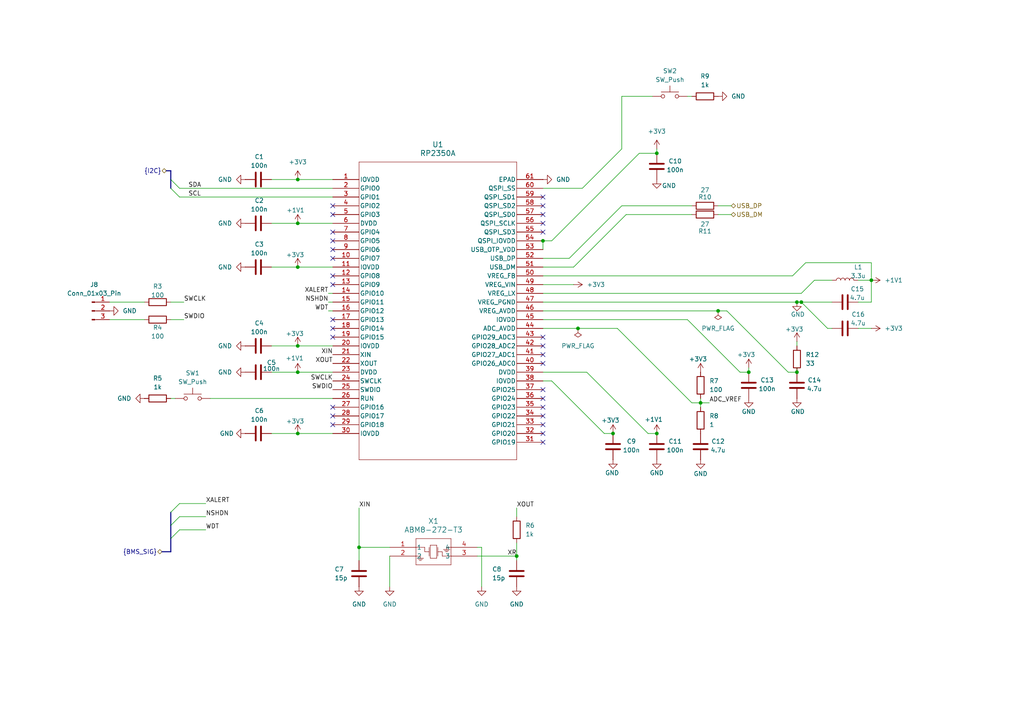
<source format=kicad_sch>
(kicad_sch (version 20250114) (generator "eeschema") (generator_version "9.0")
  (paper "A4")
  (title_block (title "Microcontroller") (rev "1") (company "Solar Airplane") (comment 1 "Engineer: Ezzat Suhaime") (comment 2 "Reviewer 1:") (comment 3 "Reviewer 2:"))
  (lib_symbols
    (symbol "Connector:Conn_01x03_Pin" (pin_names (offset 1.016) (hide yes))
      (property "Reference" "J" (at 0 5.08 0))
      (property "Value" "Conn_01x03_Pin" (at 0 -5.08 0))
      (symbol "Conn_01x03_Pin_1_1"
        (pin passive line (at 5.08 2.54 180) (length 3.81) (name "Pin_1") (number "1"))
        (pin passive line (at 5.08 0 180) (length 3.81) (name "Pin_2") (number "2"))
        (pin passive line (at 5.08 -2.54 180) (length 3.81) (name "Pin_3") (number "3"))
      )
    )
    (symbol "Device:C" (pin_numbers (hide yes)) (pin_names (offset 0.254))
      (property "Reference" "C" (at 0.635 2.54 0))
      (property "Value" "C" (at 0.635 -2.54 0))
      (symbol "C_1_1"
        (pin passive line (at 0 3.81 270) (length 2.794) (name "~") (number "1"))
        (pin passive line (at 0 -3.81 90) (length 2.794) (name "~") (number "2"))
      )
    )
    (symbol "Device:L" (pin_numbers (hide yes)) (pin_names (offset 1.016) (hide yes))
      (property "Reference" "L" (at -1.27 0 90))
      (property "Value" "L" (at 1.905 0 90))
      (symbol "L_1_1"
        (pin passive line (at 0 3.81 270) (length 1.27) (name "1") (number "1"))
        (pin passive line (at 0 -3.81 90) (length 1.27) (name "2") (number "2"))
      )
    )
    (symbol "Device:R" (pin_numbers (hide yes)) (pin_names (offset 0))
      (property "Reference" "R" (at 2.032 0 90))
      (property "Value" "R" (at 0 0 90))
      (symbol "R_1_1"
        (pin passive line (at 0 3.81 270) (length 1.27) (name "~") (number "1"))
        (pin passive line (at 0 -3.81 90) (length 1.27) (name "~") (number "2"))
      )
    )
    (symbol "Switch:SW_Push" (pin_numbers (hide yes)) (pin_names (offset 1.016) (hide yes))
      (property "Reference" "SW" (at 1.27 2.54 0))
      (property "Value" "SW_Push" (at 0 -1.524 0))
      (symbol "SW_Push_0_1"
        (pin passive line (at -5.08 0 0) (length 2.54) (name "1") (number "1"))
        (pin passive line (at 5.08 0 180) (length 2.54) (name "2") (number "2"))
      )
    )
    (symbol "_AMB8:ABM8-272-T3" (pin_names (offset 0.254))
      (property "Reference" "X" (at 12.7 7.62 0))
      (property "Value" "ABM8-272-T3" (at 12.7 5.08 0))
      (symbol "ABM8-272-T3_1_1"
        (pin passive line (at 0 0 0) (length 7.62) (name "1") (number "1"))
        (pin passive line (at 0 -2.54 0) (length 7.62) (name "2") (number "2"))
        (pin passive line (at 25.4 0 180) (length 7.62) (name "4") (number "4"))
        (pin passive line (at 25.4 -2.54 180) (length 7.62) (name "3") (number "3"))
      )
    )
    (symbol "_RP2354A:RP2350A" (pin_names (offset 0.254))
      (property "Reference" "U" (at 30.48 10.16 0))
      (property "Value" "RP2350A" (at 30.48 7.62 0))
      (symbol "RP2350A_0_1"
        (pin power_in line (at 0 0 0) (length 7.62) (name "IOVDD") (number "1"))
        (pin bidirectional line (at 0 -2.54 0) (length 7.62) (name "GPIO0") (number "2"))
        (pin bidirectional line (at 0 -5.08 0) (length 7.62) (name "GPIO1") (number "3"))
        (pin bidirectional line (at 0 -7.62 0) (length 7.62) (name "GPIO2") (number "4"))
        (pin bidirectional line (at 0 -10.16 0) (length 7.62) (name "GPIO3") (number "5"))
        (pin power_in line (at 0 -12.7 0) (length 7.62) (name "DVDD") (number "6"))
        (pin bidirectional line (at 0 -15.24 0) (length 7.62) (name "GPIO4") (number "7"))
        (pin bidirectional line (at 0 -17.78 0) (length 7.62) (name "GPIO5") (number "8"))
        (pin bidirectional line (at 0 -20.32 0) (length 7.62) (name "GPIO6") (number "9"))
        (pin bidirectional line (at 0 -22.86 0) (length 7.62) (name "GPIO7") (number "10"))
        (pin power_in line (at 0 -25.4 0) (length 7.62) (name "IOVDD") (number "11"))
        (pin bidirectional line (at 0 -27.94 0) (length 7.62) (name "GPIO8") (number "12"))
        (pin bidirectional line (at 0 -30.48 0) (length 7.62) (name "GPIO9") (number "13"))
        (pin bidirectional line (at 0 -33.02 0) (length 7.62) (name "GPIO10") (number "14"))
        (pin bidirectional line (at 0 -35.56 0) (length 7.62) (name "GPIO11") (number "15"))
        (pin bidirectional line (at 0 -38.1 0) (length 7.62) (name "GPIO12") (number "16"))
        (pin bidirectional line (at 0 -40.64 0) (length 7.62) (name "GPIO13") (number "17"))
        (pin bidirectional line (at 0 -43.18 0) (length 7.62) (name "GPIO14") (number "18"))
        (pin bidirectional line (at 0 -45.72 0) (length 7.62) (name "GPIO15") (number "19"))
        (pin power_in line (at 0 -48.26 0) (length 7.62) (name "IOVDD") (number "20"))
        (pin power_in line (at 0 -55.88 0) (length 7.62) (name "DVDD") (number "23"))
        (pin bidirectional line (at 0 -66.04 0) (length 7.62) (name "GPIO16") (number "27"))
        (pin bidirectional line (at 0 -68.58 0) (length 7.62) (name "GPIO17") (number "28"))
        (pin bidirectional line (at 0 -71.12 0) (length 7.62) (name "GPIO18") (number "29"))
        (pin power_in line (at 0 -73.66 0) (length 7.62) (name "IOVDD") (number "30"))
        (pin bidirectional line (at 60.96 -5.08 180) (length 7.62) (name "QSPI_SD1") (number "59"))
        (pin bidirectional line (at 60.96 -7.62 180) (length 7.62) (name "QSPI_SD2") (number "58"))
        (pin bidirectional line (at 60.96 -10.16 180) (length 7.62) (name "QSPI_SD0") (number "57"))
        (pin unspecified line (at 60.96 -12.7 180) (length 7.62) (name "QSPI_SCLK") (number "56"))
        (pin bidirectional line (at 60.96 -15.24 180) (length 7.62) (name "QSPI_SD3") (number "55"))
        (pin power_in line (at 60.96 -17.78 180) (length 7.62) (name "QSPI_IOVDD") (number "54"))
        (pin power_in line (at 60.96 -20.32 180) (length 7.62) (name "USB_OTP_VDD") (number "53"))
        (pin power_in line (at 60.96 -38.1 180) (length 7.62) (name "VREG_AVDD") (number "46"))
        (pin power_in line (at 60.96 -40.64 180) (length 7.62) (name "IOVDD") (number "45"))
        (pin power_in line (at 60.96 -43.18 180) (length 7.62) (name "ADC_AVDD") (number "44"))
        (pin bidirectional line (at 60.96 -45.72 180) (length 7.62) (name "GPIO29_ADC3") (number "43"))
        (pin bidirectional line (at 60.96 -48.26 180) (length 7.62) (name "GPIO28_ADC2") (number "42"))
        (pin bidirectional line (at 60.96 -50.8 180) (length 7.62) (name "GPIO27_ADC1") (number "41"))
        (pin bidirectional line (at 60.96 -53.34 180) (length 7.62) (name "GPIO26_ADC0") (number "40"))
        (pin power_in line (at 60.96 -55.88 180) (length 7.62) (name "DVDD") (number "39"))
        (pin power_in line (at 60.96 -58.42 180) (length 7.62) (name "IOVDD") (number "38"))
        (pin bidirectional line (at 60.96 -60.96 180) (length 7.62) (name "GPIO25") (number "37"))
        (pin bidirectional line (at 60.96 -63.5 180) (length 7.62) (name "GPIO24") (number "36"))
        (pin bidirectional line (at 60.96 -66.04 180) (length 7.62) (name "GPIO23") (number "35"))
        (pin bidirectional line (at 60.96 -68.58 180) (length 7.62) (name "GPIO22") (number "34"))
        (pin bidirectional line (at 60.96 -71.12 180) (length 7.62) (name "GPIO21") (number "33"))
        (pin bidirectional line (at 60.96 -73.66 180) (length 7.62) (name "GPIO20") (number "32"))
        (pin bidirectional line (at 60.96 -76.2 180) (length 7.62) (name "GPIO19") (number "31"))
      )
      (symbol "RP2350A_1_1"
        (pin passive line (at 0 -50.8 0) (length 7.62) (name "XIN") (number "21"))
        (pin passive line (at 0 -53.34 0) (length 7.62) (name "XOUT") (number "22"))
        (pin passive line (at 0 -58.42 0) (length 7.62) (name "SWCLK") (number "24"))
        (pin passive line (at 0 -60.96 0) (length 7.62) (name "SWDIO") (number "25"))
        (pin passive line (at 0 -63.5 0) (length 7.62) (name "RUN") (number "26"))
        (pin passive line (at 60.96 0 180) (length 7.62) (name "EPAD") (number "61"))
        (pin passive line (at 60.96 -2.54 180) (length 7.62) (name "QSPI_SS") (number "60"))
        (pin passive line (at 60.96 -22.86 180) (length 7.62) (name "USB_DP") (number "52"))
        (pin passive line (at 60.96 -25.4 180) (length 7.62) (name "USB_DM") (number "51"))
        (pin passive line (at 60.96 -27.94 180) (length 7.62) (name "VREG_FB") (number "50"))
        (pin passive line (at 60.96 -30.48 180) (length 7.62) (name "VREG_VIN") (number "49"))
        (pin passive line (at 60.96 -33.02 180) (length 7.62) (name "VREG_LX") (number "48"))
        (pin passive line (at 60.96 -35.56 180) (length 7.62) (name "VREG_PGND") (number "47"))
      )
    )
    (symbol "power:+1V1" (power) (pin_numbers (hide yes)) (pin_names (offset 0) (hide yes))
      (property "Value" "+1V1" (at 0 3.556 0))
      (symbol "+1V1_1_1"
        (pin power_in line (at 0 0 90) (length 0) (name "~") (number "1"))
      )
    )
    (symbol "power:+3V3" (power) (pin_numbers (hide yes)) (pin_names (offset 0) (hide yes))
      (property "Value" "+3V3" (at 0 3.556 0))
      (symbol "+3V3_1_1"
        (pin power_in line (at 0 0 90) (length 0) (name "~") (number "1"))
      )
    )
    (symbol "power:GND" (power) (pin_numbers (hide yes)) (pin_names (offset 0) (hide yes))
      (property "Value" "GND" (at 0 -3.81 0))
      (symbol "GND_1_1"
        (pin power_in line (at 0 0 270) (length 0) (name "~") (number "1"))
      )
    )
    (symbol "power:PWR_FLAG" (power) (pin_numbers (hide yes)) (pin_names (offset 0) (hide yes))
      (property "Value" "PWR_FLAG" (at 0 3.81 0))
      (symbol "PWR_FLAG_0_0"
        (pin power_out line (at 0 0 90) (length 0) (name "~") (number "1"))
      )
    )
  )
  (junction (at 86.36 77.47))
  (junction (at 217.17 107.95))
  (junction (at 203.2 116.84))
  (junction (at 252.73 81.28))
  (junction (at 231.14 87.63))
  (junction (at 232.41 87.63))
  (junction (at 157.48 69.85))
  (junction (at 190.5 125.73))
  (junction (at 208.28 90.17))
  (junction (at 86.36 52.07))
  (junction (at 190.5 44.45))
  (junction (at 86.36 64.77))
  (junction (at 149.86 161.29))
  (junction (at 86.36 100.33))
  (junction (at 86.36 125.73))
  (junction (at 104.14 158.75))
  (junction (at 167.64 95.25))
  (junction (at 231.14 107.95))
  (junction (at 86.36 107.95))
  (junction (at 177.8 125.73))
  (no_connect (at 96.52 92.71))
  (no_connect (at 157.48 120.65))
  (no_connect (at 96.52 82.55))
  (no_connect (at 96.52 120.65))
  (no_connect (at 157.48 128.27))
  (no_connect (at 96.52 118.11))
  (no_connect (at 96.52 97.79))
  (no_connect (at 96.52 95.25))
  (no_connect (at 157.48 115.57))
  (no_connect (at 157.48 113.03))
  (no_connect (at 157.48 100.33))
  (no_connect (at 157.48 125.73))
  (no_connect (at 96.52 72.39))
  (no_connect (at 96.52 69.85))
  (no_connect (at 157.48 97.79))
  (no_connect (at 157.48 67.31))
  (no_connect (at 96.52 74.93))
  (no_connect (at 96.52 67.31))
  (no_connect (at 96.52 80.01))
  (no_connect (at 157.48 57.15))
  (no_connect (at 157.48 102.87))
  (no_connect (at 157.48 123.19))
  (no_connect (at 96.52 59.69))
  (no_connect (at 157.48 105.41))
  (no_connect (at 157.48 64.77))
  (no_connect (at 96.52 62.23))
  (no_connect (at 157.48 59.69))
  (no_connect (at 96.52 123.19))
  (no_connect (at 157.48 62.23))
  (no_connect (at 157.48 118.11))
  (bus_entry (at 49.53 152.4) (size 2.54 -2.54))
  (bus_entry (at 52.07 57.15) (size -2.54 -2.54))
  (bus_entry (at 49.53 148.59) (size 2.54 -2.54))
  (bus_entry (at 52.07 54.61) (size -2.54 -2.54))
  (bus_entry (at 49.53 156.21) (size 2.54 -2.54))
  (wire (pts (xy 78.74 77.47) (xy 86.36 77.47)))
  (wire (pts (xy 86.36 52.07) (xy 78.74 52.07)))
  (wire (pts (xy 157.48 77.47) (xy 166.37 77.47)))
  (wire (pts (xy 166.37 77.47) (xy 181.61 62.23)))
  (wire (pts (xy 49.53 92.71) (xy 53.34 92.71)))
  (wire (pts (xy 248.92 81.28) (xy 252.73 81.28)))
  (wire (pts (xy 52.07 153.67) (xy 59.69 153.67)))
  (wire (pts (xy 157.48 87.63) (xy 231.14 87.63)))
  (wire (pts (xy 104.14 158.75) (xy 113.03 158.75)))
  (wire (pts (xy 31.75 87.63) (xy 41.91 87.63)))
  (wire (pts (xy 78.74 107.95) (xy 86.36 107.95)))
  (wire (pts (xy 231.14 87.63) (xy 232.41 87.63)))
  (wire (pts (xy 232.41 87.63) (xy 241.3 87.63)))
  (wire (pts (xy 104.14 147.32) (xy 104.14 158.75)))
  (wire (pts (xy 214.63 107.95) (xy 217.17 107.95)))
  (wire (pts (xy 157.48 54.61) (xy 168.91 54.61)))
  (wire (pts (xy 157.48 92.71) (xy 199.39 92.71)))
  (wire (pts (xy 181.61 62.23) (xy 200.66 62.23)))
  (wire (pts (xy 52.07 54.61) (xy 96.52 54.61)))
  (wire (pts (xy 165.1 74.93) (xy 180.34 59.69)))
  (wire (pts (xy 86.36 107.95) (xy 96.52 107.95)))
  (wire (pts (xy 208.28 59.69) (xy 212.09 59.69)))
  (wire (pts (xy 252.73 81.28) (xy 252.73 87.63)))
  (wire (pts (xy 203.2 115.57) (xy 203.2 116.84)))
  (wire (pts (xy 199.39 27.94) (xy 200.66 27.94)))
  (wire (pts (xy 170.18 107.95) (xy 187.96 125.73)))
  (wire (pts (xy 180.34 59.69) (xy 200.66 59.69)))
  (bus (pts (xy 49.53 160.02) (xy 49.53 156.21)))
  (wire (pts (xy 86.36 77.47) (xy 96.52 77.47)))
  (wire (pts (xy 236.22 81.28) (xy 241.3 81.28)))
  (wire (pts (xy 149.86 147.32) (xy 149.86 149.86)))
  (wire (pts (xy 179.07 95.25) (xy 200.66 116.84)))
  (wire (pts (xy 157.48 69.85) (xy 160.02 69.85)))
  (wire (pts (xy 180.34 27.94) (xy 189.23 27.94)))
  (wire (pts (xy 231.14 99.06) (xy 231.14 100.33)))
  (wire (pts (xy 49.53 87.63) (xy 53.34 87.63)))
  (wire (pts (xy 203.2 116.84) (xy 203.2 118.11)))
  (wire (pts (xy 160.02 69.85) (xy 185.42 44.45)))
  (wire (pts (xy 203.2 116.84) (xy 205.74 116.84)))
  (wire (pts (xy 95.25 85.09) (xy 96.52 85.09)))
  (wire (pts (xy 157.48 80.01) (xy 229.87 80.01)))
  (wire (pts (xy 86.36 52.07) (xy 96.52 52.07)))
  (wire (pts (xy 232.41 85.09) (xy 157.48 85.09)))
  (wire (pts (xy 157.48 74.93) (xy 165.1 74.93)))
  (wire (pts (xy 52.07 149.86) (xy 59.69 149.86)))
  (bus (pts (xy 49.53 49.53) (xy 49.53 52.07)))
  (wire (pts (xy 86.36 100.33) (xy 96.52 100.33)))
  (wire (pts (xy 78.74 64.77) (xy 86.36 64.77)))
  (wire (pts (xy 95.25 90.17) (xy 96.52 90.17)))
  (wire (pts (xy 149.86 157.48) (xy 149.86 161.29)))
  (wire (pts (xy 157.48 110.49) (xy 160.02 110.49)))
  (wire (pts (xy 240.03 95.25) (xy 241.3 95.25)))
  (wire (pts (xy 231.14 107.95) (xy 228.6 107.95)))
  (wire (pts (xy 240.03 95.25) (xy 232.41 87.63)))
  (bus (pts (xy 46.99 160.02) (xy 49.53 160.02)))
  (bus (pts (xy 49.53 148.59) (xy 49.53 152.4)))
  (bus (pts (xy 49.53 152.4) (xy 49.53 156.21)))
  (wire (pts (xy 200.66 116.84) (xy 203.2 116.84)))
  (wire (pts (xy 52.07 57.15) (xy 96.52 57.15)))
  (bus (pts (xy 48.26 49.53) (xy 49.53 49.53)))
  (wire (pts (xy 252.73 76.2) (xy 252.73 81.28)))
  (wire (pts (xy 210.82 90.17) (xy 228.6 107.95)))
  (wire (pts (xy 167.64 95.25) (xy 179.07 95.25)))
  (wire (pts (xy 86.36 125.73) (xy 96.52 125.73)))
  (wire (pts (xy 248.92 87.63) (xy 252.73 87.63)))
  (wire (pts (xy 233.68 76.2) (xy 252.73 76.2)))
  (wire (pts (xy 113.03 161.29) (xy 113.03 170.18)))
  (wire (pts (xy 78.74 125.73) (xy 86.36 125.73)))
  (wire (pts (xy 233.68 76.2) (xy 229.87 80.01)))
  (wire (pts (xy 139.7 158.75) (xy 139.7 170.18)))
  (wire (pts (xy 208.28 62.23) (xy 212.09 62.23)))
  (wire (pts (xy 166.37 82.55) (xy 157.48 82.55)))
  (wire (pts (xy 149.86 162.56) (xy 149.86 161.29)))
  (wire (pts (xy 60.96 115.57) (xy 96.52 115.57)))
  (wire (pts (xy 231.14 106.68) (xy 231.14 107.95)))
  (wire (pts (xy 157.48 107.95) (xy 170.18 107.95)))
  (wire (pts (xy 86.36 64.77) (xy 96.52 64.77)))
  (wire (pts (xy 50.8 115.57) (xy 49.53 115.57)))
  (wire (pts (xy 185.42 44.45) (xy 190.5 44.45)))
  (bus (pts (xy 49.53 52.07) (xy 49.53 54.61)))
  (wire (pts (xy 78.74 100.33) (xy 86.36 100.33)))
  (wire (pts (xy 236.22 81.28) (xy 232.41 85.09)))
  (wire (pts (xy 95.25 87.63) (xy 96.52 87.63)))
  (wire (pts (xy 160.02 110.49) (xy 175.26 125.73)))
  (wire (pts (xy 138.43 158.75) (xy 139.7 158.75)))
  (wire (pts (xy 157.48 90.17) (xy 208.28 90.17)))
  (wire (pts (xy 199.39 92.71) (xy 214.63 107.95)))
  (wire (pts (xy 138.43 161.29) (xy 149.86 161.29)))
  (wire (pts (xy 208.28 90.17) (xy 210.82 90.17)))
  (wire (pts (xy 248.92 95.25) (xy 252.73 95.25)))
  (wire (pts (xy 190.5 43.18) (xy 190.5 44.45)))
  (wire (pts (xy 104.14 158.75) (xy 104.14 162.56)))
  (wire (pts (xy 217.17 106.68) (xy 217.17 107.95)))
  (wire (pts (xy 167.64 95.25) (xy 157.48 95.25)))
  (wire (pts (xy 157.48 69.85) (xy 157.48 72.39)))
  (wire (pts (xy 187.96 125.73) (xy 190.5 125.73)))
  (wire (pts (xy 175.26 125.73) (xy 177.8 125.73)))
  (wire (pts (xy 31.75 92.71) (xy 41.91 92.71)))
  (wire (pts (xy 168.91 54.61) (xy 180.34 43.18)))
  (wire (pts (xy 52.07 146.05) (xy 59.69 146.05)))
  (wire (pts (xy 180.34 27.94) (xy 180.34 43.18)))
  (label "ADC_VREF" (at 205.74 116.84 0))
  (label "XOUT" (at 149.86 147.32 0))
  (label "WDT" (at 59.69 153.67 0))
  (label "XIN" (at 96.52 102.87 180))
  (label "XALERT" (at 59.69 146.05 0))
  (label "XIN" (at 104.14 147.32 0))
  (label "NSHDN" (at 59.69 149.86 0))
  (label "SWDIO" (at 53.34 92.71 0))
  (label "XALERT" (at 95.25 85.09 180))
  (label "XR" (at 149.86 161.29 180))
  (label "SWCLK" (at 53.34 87.63 0))
  (label "SWCLK" (at 96.52 110.49 180))
  (label "WDT" (at 95.25 90.17 180))
  (label "SDA" (at 54.61 54.61 0))
  (label "NSHDN" (at 95.25 87.63 180))
  (label "SCL" (at 54.61 57.15 0))
  (label "XOUT" (at 96.52 105.41 180))
  (label "SWDIO" (at 96.52 113.03 180))
  (hierarchical_label "{BMS_SIG}" (shape bidirectional) (at 46.99 160.02 180))
  (hierarchical_label "USB_DM" (shape bidirectional) (at 212.09 62.23 0))
  (hierarchical_label "{I2C}" (shape bidirectional) (at 48.26 49.53 180))
  (hierarchical_label "USB_DP" (shape bidirectional) (at 212.09 59.69 0))
  (symbol (lib_id "Device:C") (at 104.14 166.37 0) (unit 1)
    (property "Reference" "C7" (at 97.028 165.1 0) (effects (justify left)))
    (property "Value" "15p" (at 97.028 167.64 0) (effects (justify left)))
    (property "Footprint" "Resistor_SMD:R_0201_0603Metric" (effects (hide yes)))
    (property "Datasheet" "https://search.murata.co.jp/Ceramy/image/img/A01X/G101/ENG/GRM0335C1E150JA01-01.pdf" (effects (hide yes)))
    (property "Description" "CAP CER 15PF 25V C0G/NP0 0201" (effects (hide yes)))
    (property "Mfr" "Murata Electronics" (effects (hide yes)))
    (property "Mfr P/N" "GRM0335C1E150JA01D" (effects (hide yes)))
    (property "Supplier_1" "Digikey" (effects (hide yes)))
    (property "Supplier_1 P/N" "490-9658-2-ND" (effects (hide yes)))
    (property "Supplier_1 Unit Price" "0.10000" (effects (hide yes)))
    (property "Supplier_1 Price @ Qty" "1" (effects (hide yes)))
  )
  (symbol (lib_id "power:GND") (at 113.03 170.18 0) (unit 1)
    (property "Reference" "#PWR024" (effects (hide yes)))
    (property "Value" "GND" (at 113.03 175.26 0))
    (property "Description" "Power symbol creates a global label with name \"GND\" , ground" (effects (hide yes)))
  )
  (symbol (lib_id "Device:R") (at 204.47 59.69 90) (unit 1)
    (property "Reference" "R10" (at 204.47 57.15 90))
    (property "Value" "27" (at 204.47 55.118 90))
    (property "Footprint" "Resistor_SMD:R_0201_0603Metric" (effects (hide yes)))
    (property "Datasheet" "https://www.yageogroup.com/content/datasheet/asset/file/PYU-RC_GROUP_51_ROHS_L" (effects (hide yes)))
    (property "Description" "YAG2554TR-ND" (effects (hide yes)))
    (property "Mfr" "YAGEO" (effects (hide yes)))
    (property "Mfr P/N" "RC0201FR-0727RL" (effects (hide yes)))
    (property "Supplier_1" "Digikey" (effects (hide yes)))
    (property "Supplier_1 P/N" "YAG2554TR-ND" (effects (hide yes)))
    (property "Supplier_1 Unit Price" "0.10000" (effects (hide yes)))
    (property "Supplier_1 Price @ Qty" "1" (effects (hide yes)))
  )
  (symbol (lib_id "Device:C") (at 203.2 129.54 0) (unit 1)
    (property "Reference" "C12" (at 208.28 128.016 0))
    (property "Value" "4.7u" (at 208.28 130.556 0))
    (property "Footprint" "Capacitor_SMD:C_0402_1005Metric" (effects (hide yes)))
    (property "Datasheet" "https://search.murata.co.jp/Ceramy/image/img/A01X/G101/ENG/GRM155R60J475ME87-01.pdf" (effects (hide yes)))
    (property "Description" "CAP CER 4.7UF 6.3V X5R 0402" (effects (hide yes)))
    (property "Mfr" "Murata Electronics" (effects (hide yes)))
    (property "Mfr P/N" "GRM155R60J475ME87D" (effects (hide yes)))
    (property "Supplier_1" "Digkey" (effects (hide yes)))
    (property "Supplier_1 P/N" "490-5408-2-ND" (effects (hide yes)))
    (property "Supplier_1 Unit Price" "0.10000" (effects (hide yes)))
    (property "Supplier_1 Price @ Qty" "1" (effects (hide yes)))
  )
  (symbol (lib_id "Device:R") (at 204.47 62.23 90) (unit 1)
    (property "Reference" "R11" (at 204.47 67.056 90))
    (property "Value" "27" (at 204.47 65.024 90))
    (property "Footprint" "Resistor_SMD:R_0201_0603Metric" (effects (hide yes)))
    (property "Datasheet" "https://www.yageogroup.com/content/datasheet/asset/file/PYU-RC_GROUP_51_ROHS_L" (effects (hide yes)))
    (property "Description" "YAG2554TR-ND" (effects (hide yes)))
    (property "Mfr" "YAGEO" (effects (hide yes)))
    (property "Mfr P/N" "RC0201FR-0727RL" (effects (hide yes)))
    (property "Supplier_1" "Digikey" (effects (hide yes)))
    (property "Supplier_1 P/N" "YAG2554TR-ND" (effects (hide yes)))
    (property "Supplier_1 Unit Price" "0.10000" (effects (hide yes)))
    (property "Supplier_1 Price @ Qty" "1" (effects (hide yes)))
  )
  (symbol (lib_id "power:PWR_FLAG") (at 208.28 90.17 180) (unit 1)
    (property "Reference" "#FLG02" (effects (hide yes)))
    (property "Value" "PWR_FLAG" (at 208.28 95.25 0))
    (property "Description" "Special symbol for telling ERC where power comes from" (effects (hide yes)))
  )
  (symbol (lib_id "power:+1V1") (at 252.73 81.28 270) (unit 1)
    (property "Reference" "#PWR043" (effects (hide yes)))
    (property "Value" "+1V1" (at 256.54 81.2799 90) (effects (justify left)))
    (property "Description" "Power symbol creates a global label with name \"+1V1\"" (effects (hide yes)))
  )
  (symbol (lib_id "power:+1V1") (at 86.36 107.95 0) (unit 1)
    (property "Reference" "#PWR021" (effects (hide yes)))
    (property "Value" "+1V1" (at 82.804 103.886 0) (effects (justify left)))
    (property "Description" "Power symbol creates a global label with name \"+1V1\"" (effects (hide yes)))
  )
  (symbol (lib_id "Device:R") (at 45.72 115.57 90) (unit 1)
    (property "Reference" "R5" (at 45.72 109.728 90))
    (property "Value" "1k" (at 45.72 112.268 90))
    (property "Footprint" "Resistor_SMD:R_0402_1005Metric" (effects (hide yes)))
    (property "Datasheet" "https://www.koaspeer.com/pdfs/RK73-RT.pdf" (effects (hide yes)))
    (property "Description" "RES 1K OHM 1% 1/10W 0402" (effects (hide yes)))
    (property "Mfr" "KOA Speer Electronics, Inc." (effects (hide yes)))
    (property "Mfr P/N" "RK73H1ERTTP1001F" (effects (hide yes)))
    (property "Supplier_1" "Digikey" (effects (hide yes)))
    (property "Supplier_1 P/N" "2019-RK73H1ERTTP1001FTR-ND" (effects (hide yes)))
    (property "Supplier_1 Unit Price" "0.13000" (effects (hide yes)))
    (property "Supplier_1 Price @ Qty" "1" (effects (hide yes)))
  )
  (symbol (lib_id "power:GND") (at 157.48 52.07 90) (unit 1)
    (property "Reference" "#PWR027" (effects (hide yes)))
    (property "Value" "GND" (at 161.29 52.0699 90) (effects (justify right)))
    (property "Description" "Power symbol creates a global label with name \"GND\" , ground" (effects (hide yes)))
  )
  (symbol (lib_id "Switch:SW_Push") (at 55.88 115.57 0) (unit 1)
    (property "Reference" "SW1" (at 55.88 108.204 0))
    (property "Value" "SW_Push" (at 55.88 110.744 0))
    (property "Footprint" "_BMS:SW_TS02-66-43-BK-160-LCR-D" (effects (hide yes)))
    (property "Datasheet" "https://www.cuidevices.com/product/resource/ts02.pdf" (effects (hide yes)))
    (property "Description" "SWITCH TACTILE SPST-NO 0.05A 12V" (effects (hide yes)))
    (property "Mfr" "Same Sky (Formerly CUI Devices)" (effects (hide yes)))
    (property "Mfr P/N" "TS02-66-43-BK-160-LCR-D" (effects (hide yes)))
    (property "Supplier_1" "Digikey" (effects (hide yes)))
    (property "Supplier_1 P/N" "2223-TS02-66-43-BK-160-LCR-D-ND" (effects (hide yes)))
    (property "Supplier_1 Unit Price" "0.10000" (effects (hide yes)))
    (property "Supplier_1 Price @ Qty" "1" (effects (hide yes)))
  )
  (symbol (lib_id "power:+3V3") (at 190.5 43.18 0) (mirror y) (unit 1)
    (property "Reference" "#PWR031" (effects (hide yes)))
    (property "Value" "+3V3" (at 190.5 38.1 0))
    (property "Description" "Power symbol creates a global label with name \"+3V3\"" (effects (hide yes)))
  )
  (symbol (lib_id "Device:C") (at 74.93 107.95 90) (unit 1)
    (property "Reference" "C5" (at 78.74 105.156 90))
    (property "Value" "100n" (at 78.74 106.934 90))
    (property "Footprint" "Capacitor_SMD:C_0201_0603Metric" (effects (hide yes)))
    (property "Datasheet" "https://search.murata.co.jp/Ceramy/image/img/A01X/G101/ENG/GRT033R60J104KE01-01.pdf" (effects (hide yes)))
    (property "Description" "CAP CER 0.1UF 6.3V X5R 0201" (effects (hide yes)))
    (property "Mfr" "Murata Electronics" (effects (hide yes)))
    (property "Mfr P/N" "GRT033R60J104KE01D" (effects (hide yes)))
    (property "Supplier_1" "Digikey" (effects (hide yes)))
    (property "Supplier_1 P/N" "490-16306-2-ND" (effects (hide yes)))
    (property "Supplier_1 Unit Price" "0.10000" (effects (hide yes)))
    (property "Supplier_1 Price @ Qty" "1" (effects (hide yes)))
  )
  (symbol (lib_id "Device:R") (at 45.72 87.63 90) (unit 1)
    (property "Reference" "R3" (at 45.72 83.058 90))
    (property "Value" "100" (at 45.72 85.598 90))
    (property "Footprint" "Resistor_SMD:R_0201_0603Metric" (effects (hide yes)))
    (property "Datasheet" "https://www.yageogroup.com/content/datasheet/asset/file/PYU-AC_51_ROHS_L" (effects (hide yes)))
    (property "Description" "RES SMD 100 OHM 1% 1/20W 0201" (effects (hide yes)))
    (property "Mfr" "YAGEO" (effects (hide yes)))
    (property "Mfr P/N" "AC0201FR-07100RL" (effects (hide yes)))
    (property "Supplier_1" "Digikey" (effects (hide yes)))
    (property "Supplier_1 P/N" "YAG3412TR-ND" (effects (hide yes)))
    (property "Supplier_1 Unit Price" "0.10000" (effects (hide yes)))
    (property "Supplier_1 Price @ Qty" "1" (effects (hide yes)))
  )
  (symbol (lib_id "power:+3V3") (at 166.37 82.55 270) (unit 1)
    (property "Reference" "#PWR028" (effects (hide yes)))
    (property "Value" "+3V3" (at 170.18 82.5499 90) (effects (justify left)))
    (property "Description" "Power symbol creates a global label with name \"+3V3\"" (effects (hide yes)))
  )
  (symbol (lib_id "Device:R") (at 204.47 27.94 90) (unit 1)
    (property "Reference" "R9" (at 204.47 22.098 90))
    (property "Value" "1k" (at 204.47 24.638 90))
    (property "Footprint" "Resistor_SMD:R_0402_1005Metric" (effects (hide yes)))
    (property "Datasheet" "https://www.koaspeer.com/pdfs/RK73-RT.pdf" (effects (hide yes)))
    (property "Description" "RES 1K OHM 1% 1/10W 0402" (effects (hide yes)))
    (property "Mfr" "KOA Speer Electronics, Inc." (effects (hide yes)))
    (property "Mfr P/N" "RK73H1ERTTP1001F" (effects (hide yes)))
    (property "Supplier_1" "Digikey" (effects (hide yes)))
    (property "Supplier_1 P/N" "2019-RK73H1ERTTP1001FTR-ND" (effects (hide yes)))
    (property "Supplier_1 Unit Price" "0.13000" (effects (hide yes)))
    (property "Supplier_1 Price @ Qty" "1" (effects (hide yes)))
  )
  (symbol (lib_id "power:GND") (at 190.5 52.07 0) (unit 1)
    (property "Reference" "#PWR032" (effects (hide yes)))
    (property "Value" "GND" (at 196.088 53.848 0) (effects (justify right)))
    (property "Description" "Power symbol creates a global label with name \"GND\" , ground" (effects (hide yes)))
  )
  (symbol (lib_id "power:GND") (at 71.12 125.73 270) (unit 1)
    (property "Reference" "#PWR016" (effects (hide yes)))
    (property "Value" "GND" (at 67.818 125.73 90) (effects (justify right)))
    (property "Description" "Power symbol creates a global label with name \"GND\" , ground" (effects (hide yes)))
  )
  (symbol (lib_id "power:GND") (at 203.2 133.35 0) (unit 1)
    (property "Reference" "#PWR036" (effects (hide yes)))
    (property "Value" "GND" (at 203.2 137.414 0))
    (property "Description" "Power symbol creates a global label with name \"GND\" , ground" (effects (hide yes)))
  )
  (symbol (lib_id "power:GND") (at 71.12 100.33 270) (unit 1)
    (property "Reference" "#PWR014" (effects (hide yes)))
    (property "Value" "GND" (at 67.31 100.3299 90) (effects (justify right)))
    (property "Description" "Power symbol creates a global label with name \"GND\" , ground" (effects (hide yes)))
  )
  (symbol (lib_id "Connector:Conn_01x03_Pin") (at 26.67 90.17 0) (unit 1)
    (property "Reference" "J8" (at 27.305 82.55 0))
    (property "Value" "Conn_01x03_Pin" (at 27.305 85.09 0))
    (property "Footprint" "Connector_JST:JST_SH_SM03B-SRSS-TB_1x03-1MP_P1.00mm_Horizontal" (effects (hide yes)))
    (property "Datasheet" "https://www.jst-mfg.com/product/pdf/eng/eSH.pdf" (effects (hide yes)))
    (property "Description" "Generic connector, single row, 01x03, script generated" (effects (hide yes)))
    (property "Mfr" "JST Sales America Inc." (effects (hide yes)))
    (property "Mfr P/N" "SM03B-SRSS-TB" (effects (hide yes)))
    (property "Supplier_1" "Digikey" (effects (hide yes)))
    (property "Supplier_1 P/N" "455-SM03B-SRSS-TBTR-ND" (effects (hide yes)))
    (property "Supplier_1 Unit Price" "0.44000" (effects (hide yes)))
    (property "Supplier_1 Price @ Qty" "1" (effects (hide yes)))
  )
  (symbol (lib_id "power:GND") (at 104.14 170.18 0) (unit 1)
    (property "Reference" "#PWR023" (effects (hide yes)))
    (property "Value" "GND" (at 104.14 175.26 0))
    (property "Description" "Power symbol creates a global label with name \"GND\" , ground" (effects (hide yes)))
  )
  (symbol (lib_id "Device:C") (at 245.11 87.63 90) (unit 1)
    (property "Reference" "C15" (at 248.666 83.82 90))
    (property "Value" "4.7u" (at 248.666 86.36 90))
    (property "Footprint" "Capacitor_SMD:C_0402_1005Metric" (effects (hide yes)))
    (property "Datasheet" "https://search.murata.co.jp/Ceramy/image/img/A01X/G101/ENG/GRM155R60J475ME87-01.pdf" (effects (hide yes)))
    (property "Description" "CAP CER 4.7UF 6.3V X5R 0402" (effects (hide yes)))
    (property "Mfr" "Murata Electronics" (effects (hide yes)))
    (property "Mfr P/N" "GRM155R60J475ME87D" (effects (hide yes)))
    (property "Supplier_1" "Digkey" (effects (hide yes)))
    (property "Supplier_1 P/N" "490-5408-2-ND" (effects (hide yes)))
    (property "Supplier_1 Unit Price" "0.10000" (effects (hide yes)))
    (property "Supplier_1 Price @ Qty" "1" (effects (hide yes)))
  )
  (symbol (lib_id "power:GND") (at 231.14 87.63 0) (unit 1)
    (property "Reference" "#PWR040" (effects (hide yes)))
    (property "Value" "GND" (at 231.394 91.186 0))
    (property "Description" "Power symbol creates a global label with name \"GND\" , ground" (effects (hide yes)))
  )
  (symbol (lib_id "Switch:SW_Push") (at 194.31 27.94 0) (unit 1)
    (property "Reference" "SW2" (at 194.31 20.574 0))
    (property "Value" "SW_Push" (at 194.31 23.114 0))
    (property "Footprint" "_BMS:SW_TS02-66-43-BK-160-LCR-D" (effects (hide yes)))
    (property "Datasheet" "https://www.cuidevices.com/product/resource/ts02.pdf" (effects (hide yes)))
    (property "Description" "SWITCH TACTILE SPST-NO 0.05A 12V" (effects (hide yes)))
    (property "Mfr" "Same Sky (Formerly CUI Devices)" (effects (hide yes)))
    (property "Mfr P/N" "TS02-66-43-BK-160-LCR-D" (effects (hide yes)))
    (property "Supplier_1" "Digikey" (effects (hide yes)))
    (property "Supplier_1 P/N" "2223-TS02-66-43-BK-160-LCR-D-ND" (effects (hide yes)))
    (property "Supplier_1 Unit Price" "0.10000" (effects (hide yes)))
    (property "Supplier_1 Price @ Qty" "1" (effects (hide yes)))
  )
  (symbol (lib_id "Device:C") (at 190.5 48.26 0) (unit 1)
    (property "Reference" "C10" (at 195.834 46.736 0))
    (property "Value" "100n" (at 195.834 49.276 0))
    (property "Footprint" "Capacitor_SMD:C_0201_0603Metric" (effects (hide yes)))
    (property "Datasheet" "https://search.murata.co.jp/Ceramy/image/img/A01X/G101/ENG/GRT033R60J104KE01-01.pdf" (effects (hide yes)))
    (property "Description" "CAP CER 0.1UF 6.3V X5R 0201" (effects (hide yes)))
    (property "Mfr" "Murata Electronics" (effects (hide yes)))
    (property "Mfr P/N" "GRT033R60J104KE01D" (effects (hide yes)))
    (property "Supplier_1" "Digikey" (effects (hide yes)))
    (property "Supplier_1 P/N" "490-16306-2-ND" (effects (hide yes)))
    (property "Supplier_1 Unit Price" "0.10000" (effects (hide yes)))
    (property "Supplier_1 Price @ Qty" "1" (effects (hide yes)))
  )
  (symbol (lib_id "Device:C") (at 74.93 64.77 90) (unit 1)
    (property "Reference" "C2" (at 75.184 58.166 90))
    (property "Value" "100n" (at 75.184 60.706 90))
    (property "Footprint" "Capacitor_SMD:C_0201_0603Metric" (effects (hide yes)))
    (property "Datasheet" "https://search.murata.co.jp/Ceramy/image/img/A01X/G101/ENG/GRT033R60J104KE01-01.pdf" (effects (hide yes)))
    (property "Description" "CAP CER 0.1UF 6.3V X5R 0201" (effects (hide yes)))
    (property "Mfr" "Murata Electronics" (effects (hide yes)))
    (property "Mfr P/N" "GRT033R60J104KE01D" (effects (hide yes)))
    (property "Supplier_1" "Digikey" (effects (hide yes)))
    (property "Supplier_1 P/N" "490-16306-2-ND" (effects (hide yes)))
    (property "Supplier_1 Unit Price" "0.10000" (effects (hide yes)))
    (property "Supplier_1 Price @ Qty" "1" (effects (hide yes)))
  )
  (symbol (lib_id "power:GND") (at 71.12 107.95 270) (unit 1)
    (property "Reference" "#PWR015" (effects (hide yes)))
    (property "Value" "GND" (at 67.31 107.9499 90) (effects (justify right)))
    (property "Description" "Power symbol creates a global label with name \"GND\" , ground" (effects (hide yes)))
  )
  (symbol (lib_id "power:+1V1") (at 190.5 125.73 0) (unit 1)
    (property "Reference" "#PWR033" (effects (hide yes)))
    (property "Value" "+1V1" (at 186.944 121.666 0) (effects (justify left)))
    (property "Description" "Power symbol creates a global label with name \"+1V1\"" (effects (hide yes)))
  )
  (symbol (lib_id "power:GND") (at 231.14 115.57 0) (unit 1)
    (property "Reference" "#PWR042" (effects (hide yes)))
    (property "Value" "GND" (at 233.426 119.38 0) (effects (justify right)))
    (property "Description" "Power symbol creates a global label with name \"GND\" , ground" (effects (hide yes)))
  )
  (symbol (lib_id "Device:C") (at 74.93 77.47 90) (unit 1)
    (property "Reference" "C3" (at 75.184 70.866 90))
    (property "Value" "100n" (at 75.184 73.406 90))
    (property "Footprint" "Capacitor_SMD:C_0201_0603Metric" (effects (hide yes)))
    (property "Datasheet" "https://search.murata.co.jp/Ceramy/image/img/A01X/G101/ENG/GRT033R60J104KE01-01.pdf" (effects (hide yes)))
    (property "Description" "CAP CER 0.1UF 6.3V X5R 0201" (effects (hide yes)))
    (property "Mfr" "Murata Electronics" (effects (hide yes)))
    (property "Mfr P/N" "GRT033R60J104KE01D" (effects (hide yes)))
    (property "Supplier_1" "Digikey" (effects (hide yes)))
    (property "Supplier_1 P/N" "490-16306-2-ND" (effects (hide yes)))
    (property "Supplier_1 Unit Price" "0.10000" (effects (hide yes)))
    (property "Supplier_1 Price @ Qty" "1" (effects (hide yes)))
  )
  (symbol (lib_id "power:+3V3") (at 86.36 100.33 0) (unit 1)
    (property "Reference" "#PWR020" (effects (hide yes)))
    (property "Value" "+3V3" (at 88.138 96.774 0) (effects (justify right)))
    (property "Description" "Power symbol creates a global label with name \"+3V3\"" (effects (hide yes)))
  )
  (symbol (lib_id "Device:C") (at 245.11 95.25 90) (unit 1)
    (property "Reference" "C16" (at 248.92 91.186 90))
    (property "Value" "4.7u" (at 248.92 93.726 90))
    (property "Footprint" "Capacitor_SMD:C_0402_1005Metric" (effects (hide yes)))
    (property "Datasheet" "https://search.murata.co.jp/Ceramy/image/img/A01X/G101/ENG/GRM155R60J475ME87-01.pdf" (effects (hide yes)))
    (property "Description" "CAP CER 4.7UF 6.3V X5R 0402" (effects (hide yes)))
    (property "Mfr" "Murata Electronics" (effects (hide yes)))
    (property "Mfr P/N" "GRM155R60J475ME87D" (effects (hide yes)))
    (property "Supplier_1" "Digkey" (effects (hide yes)))
    (property "Supplier_1 P/N" "490-5408-2-ND" (effects (hide yes)))
    (property "Supplier_1 Unit Price" "0.10000" (effects (hide yes)))
    (property "Supplier_1 Price @ Qty" "1" (effects (hide yes)))
  )
  (symbol (lib_id "power:GND") (at 71.12 64.77 270) (unit 1)
    (property "Reference" "#PWR012" (effects (hide yes)))
    (property "Value" "GND" (at 67.31 64.7699 90) (effects (justify right)))
    (property "Description" "Power symbol creates a global label with name \"GND\" , ground" (effects (hide yes)))
  )
  (symbol (lib_id "Device:L") (at 245.11 81.28 90) (unit 1)
    (property "Reference" "L1" (at 248.92 77.47 90))
    (property "Value" "3.3u" (at 248.92 80.01 90))
    (property "Footprint" "Inductor_SMD:L_0805_2012Metric" (effects (hide yes)))
    (property "Datasheet" "https://abracon.com/datasheets/AOTA-B201610S3R3-101-T.pdf" (effects (hide yes)))
    (property "Description" "FIXED IND 3.3UH  2.4 A 140MOHM" (effects (hide yes)))
    (property "Mfr" "Abracon LLC" (effects (hide yes)))
    (property "Mfr P/N" "AOTA-B201610S3R3-101-T" (effects (hide yes)))
    (property "Supplier_1" "Digikey" (effects (hide yes)))
    (property "Supplier_1 P/N" "535-AOTA-B201610S3R3-101-TTR-ND" (effects (hide yes)))
    (property "Supplier_1 Unit Price" "0.22000" (effects (hide yes)))
    (property "Supplier_1 Price @ Qty" "1" (effects (hide yes)))
  )
  (symbol (lib_id "power:GND") (at 41.91 115.57 270) (unit 1)
    (property "Reference" "#PWR010" (effects (hide yes)))
    (property "Value" "GND" (at 38.1 115.5699 90) (effects (justify right)))
    (property "Description" "Power symbol creates a global label with name \"GND\" , ground" (effects (hide yes)))
  )
  (symbol (lib_id "power:+1V1") (at 86.36 64.77 0) (unit 1)
    (property "Reference" "#PWR018" (effects (hide yes)))
    (property "Value" "+1V1" (at 83.058 60.96 0) (effects (justify left)))
    (property "Description" "Power symbol creates a global label with name \"+1V1\"" (effects (hide yes)))
  )
  (symbol (lib_id "power:GND") (at 217.17 115.57 0) (unit 1)
    (property "Reference" "#PWR039" (effects (hide yes)))
    (property "Value" "GND" (at 219.202 119.38 0) (effects (justify right)))
    (property "Description" "Power symbol creates a global label with name \"GND\" , ground" (effects (hide yes)))
  )
  (symbol (lib_id "_RP2354A:RP2350A") (at 96.52 52.07 0) (unit 1)
    (property "Reference" "U1" (at 127 41.91 0) (effects (font (size 1.524 1.524))))
    (property "Value" "RP2350A" (at 127 44.45 0) (effects (font (size 1.524 1.524))))
    (property "Footprint" "_BMS:QFN-60_7X7_RPI" (effects (hide yes)))
    (property "Datasheet" "RP2350A" (effects (hide yes)))
    (property "Description" "RP2354A0A4 / 13\" REEL - 3400PCS" (effects (hide yes)))
    (property "Mfr" "Raspberry Pi" (effects (hide yes)))
    (property "Mfr P/N" "SC1511(13)-A4" (effects (hide yes)))
    (property "Supplier_1" "Digikey" (effects (hide yes)))
    (property "Supplier_1 P/N" "2648-SC1511(13)-A4TR-ND" (effects (hide yes)))
    (property "Supplier_1 Unit Price" "1.00000" (effects (hide yes)))
    (property "Supplier_1 Price @ Qty" "1" (effects (hide yes)))
  )
  (symbol (lib_id "Device:R") (at 45.72 92.71 270) (unit 1)
    (property "Reference" "R4" (at 45.72 94.996 90))
    (property "Value" "100" (at 45.72 97.536 90))
    (property "Footprint" "Resistor_SMD:R_0201_0603Metric" (effects (hide yes)))
    (property "Datasheet" "https://www.yageogroup.com/content/datasheet/asset/file/PYU-AC_51_ROHS_L" (effects (hide yes)))
    (property "Description" "RES SMD 100 OHM 1% 1/20W 0201" (effects (hide yes)))
    (property "Mfr" "YAGEO" (effects (hide yes)))
    (property "Mfr P/N" "AC0201FR-07100RL" (effects (hide yes)))
    (property "Supplier_1" "Digikey" (effects (hide yes)))
    (property "Supplier_1 P/N" "YAG3412TR-ND" (effects (hide yes)))
    (property "Supplier_1 Unit Price" "0.10000" (effects (hide yes)))
    (property "Supplier_1 Price @ Qty" "1" (effects (hide yes)))
  )
  (symbol (lib_id "Device:R") (at 231.14 104.14 0) (unit 1)
    (property "Reference" "R12" (at 233.68 102.8699 0) (effects (justify left)))
    (property "Value" "33" (at 233.68 105.4099 0) (effects (justify left)))
    (property "Footprint" "Resistor_SMD:R_0402_1005Metric" (effects (hide yes)))
    (property "Datasheet" "https://www.yageogroup.com/content/Resource%20Library/Datasheet/PYU-PE_521_ROHS_L.pdf" (effects (hide yes)))
    (property "Description" "RES 0.033 OHM 1% 1/16W 0402" (effects (hide yes)))
    (property "Mfr" "PE0402FRF070R033L" (effects (hide yes)))
    (property "Mfr P/N" "YAGEO" (effects (hide yes)))
    (property "Supplier_1" "Digikey" (effects (hide yes)))
    (property "Supplier_1 P/N" "13-PE0402FRF070R033LTR-ND" (effects (hide yes)))
    (property "Supplier_1 Unit Price" "0.54000" (effects (hide yes)))
    (property "Supplier_1 Price @ Qty" "1" (effects (hide yes)))
  )
  (symbol (lib_id "power:+3V3") (at 86.36 77.47 0) (unit 1)
    (property "Reference" "#PWR019" (effects (hide yes)))
    (property "Value" "+3V3" (at 85.598 73.914 0))
    (property "Description" "Power symbol creates a global label with name \"+3V3\"" (effects (hide yes)))
  )
  (symbol (lib_id "power:GND") (at 190.5 133.35 0) (unit 1)
    (property "Reference" "#PWR034" (effects (hide yes)))
    (property "Value" "GND" (at 192.532 137.16 0) (effects (justify right)))
    (property "Description" "Power symbol creates a global label with name \"GND\" , ground" (effects (hide yes)))
  )
  (symbol (lib_id "power:PWR_FLAG") (at 167.64 95.25 180) (unit 1)
    (property "Reference" "#FLG01" (effects (hide yes)))
    (property "Value" "PWR_FLAG" (at 167.64 100.33 0))
    (property "Description" "Special symbol for telling ERC where power comes from" (effects (hide yes)))
  )
  (symbol (lib_id "power:+3V3") (at 86.36 52.07 0) (unit 1)
    (property "Reference" "#PWR017" (effects (hide yes)))
    (property "Value" "+3V3" (at 86.36 46.99 0))
    (property "Description" "Power symbol creates a global label with name \"+3V3\"" (effects (hide yes)))
  )
  (symbol (lib_id "Device:R") (at 203.2 121.92 0) (unit 1)
    (property "Reference" "R8" (at 205.74 120.6499 0) (effects (justify left)))
    (property "Value" "1" (at 205.74 123.1899 0) (effects (justify left)))
    (property "Footprint" "Resistor_SMD:R_0402_1005Metric" (effects (hide yes)))
    (property "Datasheet" "https://www.seielect.com/catalog/SEI-RMCF_RMCP.pdf" (effects (hide yes)))
    (property "Description" "RES 1 OHM 1% 1/16W 0402" (effects (hide yes)))
    (property "Mfr" "Stackpole Electronics Inc" (effects (hide yes)))
    (property "Mfr P/N" "RMCF0402FT1R00" (effects (hide yes)))
    (property "Supplier_1" "Digikey" (effects (hide yes)))
    (property "Supplier_1 P/N" "738-RMCF0402FT1R00TR-ND" (effects (hide yes)))
    (property "Supplier_1 Unit Price" "0.10000" (effects (hide yes)))
    (property "Supplier_1 Price @ Qty" "1" (effects (hide yes)))
  )
  (symbol (lib_id "_AMB8:ABM8-272-T3") (at 113.03 158.75 0) (unit 1)
    (property "Reference" "X1" (at 125.73 151.13 0) (effects (font (size 1.524 1.524))))
    (property "Value" "ABM8-272-T3" (at 125.73 153.67 0) (effects (font (size 1.524 1.524))))
    (property "Footprint" "_BMS:ABM8-272-T3_ABR" (effects (hide yes)))
    (property "Datasheet" "ABM8-272-T3" (effects (hide yes)))
    (property "Description" "CRYSTAL 12.0000MHZ 10PF SMD" (effects (hide yes)))
    (property "Mfr" "Abracon LLC" (effects (hide yes)))
    (property "Mfr P/N" "ABM8-272-T3" (effects (hide yes)))
    (property "Supplier_1" "Digikey" (effects (hide yes)))
    (property "Supplier_1 P/N" "535-ABM8-272-T3TR-ND" (effects (hide yes)))
    (property "Supplier_1 Unit Price" "0.66000" (effects (hide yes)))
    (property "Supplier_1 Price @ Qty" "1" (effects (hide yes)))
  )
  (symbol (lib_id "power:GND") (at 71.12 77.47 270) (unit 1)
    (property "Reference" "#PWR013" (effects (hide yes)))
    (property "Value" "GND" (at 67.31 77.4699 90) (effects (justify right)))
    (property "Description" "Power symbol creates a global label with name \"GND\" , ground" (effects (hide yes)))
  )
  (symbol (lib_id "Device:C") (at 74.93 100.33 90) (unit 1)
    (property "Reference" "C4" (at 75.184 93.726 90))
    (property "Value" "100n" (at 75.184 96.266 90))
    (property "Footprint" "Capacitor_SMD:C_0201_0603Metric" (effects (hide yes)))
    (property "Datasheet" "https://search.murata.co.jp/Ceramy/image/img/A01X/G101/ENG/GRT033R60J104KE01-01.pdf" (effects (hide yes)))
    (property "Description" "CAP CER 0.1UF 6.3V X5R 0201" (effects (hide yes)))
    (property "Mfr" "Murata Electronics" (effects (hide yes)))
    (property "Mfr P/N" "GRT033R60J104KE01D" (effects (hide yes)))
    (property "Supplier_1" "Digikey" (effects (hide yes)))
    (property "Supplier_1 P/N" "490-16306-2-ND" (effects (hide yes)))
    (property "Supplier_1 Unit Price" "0.10000" (effects (hide yes)))
    (property "Supplier_1 Price @ Qty" "1" (effects (hide yes)))
  )
  (symbol (lib_id "power:+3V3") (at 231.14 99.06 0) (unit 1)
    (property "Reference" "#PWR041" (effects (hide yes)))
    (property "Value" "+3V3" (at 230.378 95.504 0))
    (property "Description" "Power symbol creates a global label with name \"+3V3\"" (effects (hide yes)))
  )
  (symbol (lib_id "Device:C") (at 74.93 125.73 90) (unit 1)
    (property "Reference" "C6" (at 75.184 119.126 90))
    (property "Value" "100n" (at 75.184 121.666 90))
    (property "Footprint" "Capacitor_SMD:C_0201_0603Metric" (effects (hide yes)))
    (property "Datasheet" "https://search.murata.co.jp/Ceramy/image/img/A01X/G101/ENG/GRT033R60J104KE01-01.pdf" (effects (hide yes)))
    (property "Description" "CAP CER 0.1UF 6.3V X5R 0201" (effects (hide yes)))
    (property "Mfr" "Murata Electronics" (effects (hide yes)))
    (property "Mfr P/N" "GRT033R60J104KE01D" (effects (hide yes)))
    (property "Supplier_1" "Digikey" (effects (hide yes)))
    (property "Supplier_1 P/N" "490-16306-2-ND" (effects (hide yes)))
    (property "Supplier_1 Unit Price" "0.10000" (effects (hide yes)))
    (property "Supplier_1 Price @ Qty" "1" (effects (hide yes)))
  )
  (symbol (lib_id "power:GND") (at 177.8 133.35 0) (unit 1)
    (property "Reference" "#PWR030" (effects (hide yes)))
    (property "Value" "GND" (at 179.578 137.16 0) (effects (justify right)))
    (property "Description" "Power symbol creates a global label with name \"GND\" , ground" (effects (hide yes)))
  )
  (symbol (lib_id "Device:C") (at 190.5 129.54 0) (unit 1)
    (property "Reference" "C11" (at 195.834 128.016 0))
    (property "Value" "100n" (at 195.834 130.556 0))
    (property "Footprint" "Capacitor_SMD:C_0201_0603Metric" (effects (hide yes)))
    (property "Datasheet" "https://search.murata.co.jp/Ceramy/image/img/A01X/G101/ENG/GRT033R60J104KE01-01.pdf" (effects (hide yes)))
    (property "Description" "CAP CER 0.1UF 6.3V X5R 0201" (effects (hide yes)))
    (property "Mfr" "Murata Electronics" (effects (hide yes)))
    (property "Mfr P/N" "GRT033R60J104KE01D" (effects (hide yes)))
    (property "Supplier_1" "Digikey" (effects (hide yes)))
    (property "Supplier_1 P/N" "490-16306-2-ND" (effects (hide yes)))
    (property "Supplier_1 Unit Price" "0.10000" (effects (hide yes)))
    (property "Supplier_1 Price @ Qty" "1" (effects (hide yes)))
  )
  (symbol (lib_id "Device:C") (at 217.17 111.76 0) (unit 1)
    (property "Reference" "C13" (at 222.504 110.236 0))
    (property "Value" "100n" (at 222.504 112.776 0))
    (property "Footprint" "Capacitor_SMD:C_0201_0603Metric" (effects (hide yes)))
    (property "Datasheet" "https://search.murata.co.jp/Ceramy/image/img/A01X/G101/ENG/GRT033R60J104KE01-01.pdf" (effects (hide yes)))
    (property "Description" "CAP CER 0.1UF 6.3V X5R 0201" (effects (hide yes)))
    (property "Mfr" "Murata Electronics" (effects (hide yes)))
    (property "Mfr P/N" "GRT033R60J104KE01D" (effects (hide yes)))
    (property "Supplier_1" "Digikey" (effects (hide yes)))
    (property "Supplier_1 P/N" "490-16306-2-ND" (effects (hide yes)))
    (property "Supplier_1 Unit Price" "0.10000" (effects (hide yes)))
    (property "Supplier_1 Price @ Qty" "1" (effects (hide yes)))
  )
  (symbol (lib_id "Device:C") (at 177.8 129.54 0) (unit 1)
    (property "Reference" "C9" (at 183.134 128.016 0))
    (property "Value" "100n" (at 183.134 130.556 0))
    (property "Footprint" "Capacitor_SMD:C_0201_0603Metric" (effects (hide yes)))
    (property "Datasheet" "https://search.murata.co.jp/Ceramy/image/img/A01X/G101/ENG/GRT033R60J104KE01-01.pdf" (effects (hide yes)))
    (property "Description" "CAP CER 0.1UF 6.3V X5R 0201" (effects (hide yes)))
    (property "Mfr" "Murata Electronics" (effects (hide yes)))
    (property "Mfr P/N" "GRT033R60J104KE01D" (effects (hide yes)))
    (property "Supplier_1" "Digikey" (effects (hide yes)))
    (property "Supplier_1 P/N" "490-16306-2-ND" (effects (hide yes)))
    (property "Supplier_1 Unit Price" "0.10000" (effects (hide yes)))
    (property "Supplier_1 Price @ Qty" "1" (effects (hide yes)))
  )
  (symbol (lib_id "power:+3V3") (at 203.2 107.95 0) (unit 1)
    (property "Reference" "#PWR035" (effects (hide yes)))
    (property "Value" "+3V3" (at 202.438 104.14 0))
    (property "Description" "Power symbol creates a global label with name \"+3V3\"" (effects (hide yes)))
  )
  (symbol (lib_id "power:+3V3") (at 217.17 106.68 0) (unit 1)
    (property "Reference" "#PWR038" (effects (hide yes)))
    (property "Value" "+3V3" (at 216.408 102.87 0))
    (property "Description" "Power symbol creates a global label with name \"+3V3\"" (effects (hide yes)))
  )
  (symbol (lib_id "Device:R") (at 203.2 111.76 0) (unit 1)
    (property "Reference" "R7" (at 205.74 110.4899 0) (effects (justify left)))
    (property "Value" "100" (at 205.74 113.0299 0) (effects (justify left)))
    (property "Footprint" "Capacitor_SMD:C_0402_1005Metric" (effects (hide yes)))
    (property "Datasheet" "https://www.yageogroup.com/content/datasheet/asset/file/PYU-RC_GROUP_51_ROHS_L" (effects (hide yes)))
    (property "Description" "RES 100 OHM 1% 1/16W 0402" (effects (hide yes)))
    (property "Mfr" "YAGEO" (effects (hide yes)))
    (property "Mfr P/N" "RC0402FR-07100RL" (effects (hide yes)))
    (property "Supplier_1" "Digikey" (effects (hide yes)))
    (property "Supplier_1 P/N" "311-100LRTR-ND" (effects (hide yes)))
    (property "Supplier_1 Unit Price" "0.10000" (effects (hide yes)))
    (property "Supplier_1 Price @ Qty" "1" (effects (hide yes)))
  )
  (symbol (lib_id "Device:R") (at 149.86 153.67 0) (unit 1)
    (property "Reference" "R6" (at 152.4 152.3999 0) (effects (justify left)))
    (property "Value" "1k" (at 152.4 154.9399 0) (effects (justify left)))
    (property "Footprint" "Resistor_SMD:R_0201_0603Metric" (effects (hide yes)))
    (property "Datasheet" "https://www.bourns.com/docs/product-datasheets/cr-a-as.pdf" (effects (hide yes)))
    (property "Description" "RESA-AS 0201 1K 1% 50MW TC200" (effects (hide yes)))
    (property "Mfr" "Bourns Inc." (effects (hide yes)))
    (property "Mfr P/N" "CR0201AFW-1001GAS" (effects (hide yes)))
    (property "Supplier_1" "Digikey" (effects (hide yes)))
    (property "Supplier_1 P/N" "CR0201AFW-1001GASTR-ND" (effects (hide yes)))
    (property "Supplier_1 Unit Price" "0.1" (effects (hide yes)))
    (property "Supplier_1 Price @ Qty" "1" (effects (hide yes)))
  )
  (symbol (lib_id "power:GND") (at 139.7 170.18 0) (unit 1)
    (property "Reference" "#PWR025" (effects (hide yes)))
    (property "Value" "GND" (at 139.7 175.26 0))
    (property "Description" "Power symbol creates a global label with name \"GND\" , ground" (effects (hide yes)))
  )
  (symbol (lib_id "power:GND") (at 71.12 52.07 270) (unit 1)
    (property "Reference" "#PWR011" (effects (hide yes)))
    (property "Value" "GND" (at 67.31 52.0699 90) (effects (justify right)))
    (property "Description" "Power symbol creates a global label with name \"GND\" , ground" (effects (hide yes)))
  )
  (symbol (lib_id "power:GND") (at 149.86 170.18 0) (unit 1)
    (property "Reference" "#PWR026" (effects (hide yes)))
    (property "Value" "GND" (at 149.86 175.26 0))
    (property "Description" "Power symbol creates a global label with name \"GND\" , ground" (effects (hide yes)))
  )
  (symbol (lib_id "power:GND") (at 208.28 27.94 90) (unit 1)
    (property "Reference" "#PWR037" (effects (hide yes)))
    (property "Value" "GND" (at 212.09 27.9401 90) (effects (justify right)))
    (property "Description" "Power symbol creates a global label with name \"GND\" , ground" (effects (hide yes)))
  )
  (symbol (lib_id "power:GND") (at 31.75 90.17 90) (unit 1)
    (property "Reference" "#PWR09" (effects (hide yes)))
    (property "Value" "GND" (at 35.56 90.1699 90) (effects (justify right)))
    (property "Description" "Power symbol creates a global label with name \"GND\" , ground" (effects (hide yes)))
  )
  (symbol (lib_id "power:+3V3") (at 252.73 95.25 270) (unit 1)
    (property "Reference" "#PWR044" (effects (hide yes)))
    (property "Value" "+3V3" (at 256.54 95.2499 90) (effects (justify left)))
    (property "Description" "Power symbol creates a global label with name \"+3V3\"" (effects (hide yes)))
  )
  (symbol (lib_id "Device:C") (at 149.86 166.37 0) (unit 1)
    (property "Reference" "C8" (at 142.748 165.1 0) (effects (justify left)))
    (property "Value" "15p" (at 142.748 167.64 0) (effects (justify left)))
    (property "Footprint" "Resistor_SMD:R_0201_0603Metric" (effects (hide yes)))
    (property "Datasheet" "https://search.murata.co.jp/Ceramy/image/img/A01X/G101/ENG/GRM0335C1E150JA01-01.pdf" (effects (hide yes)))
    (property "Description" "CAP CER 15PF 25V C0G/NP0 0201" (effects (hide yes)))
    (property "Mfr" "Murata Electronics" (effects (hide yes)))
    (property "Mfr P/N" "GRM0335C1E150JA01D" (effects (hide yes)))
    (property "Supplier_1" "Digikey" (effects (hide yes)))
    (property "Supplier_1 P/N" "490-9658-2-ND" (effects (hide yes)))
    (property "Supplier_1 Unit Price" "0.10000" (effects (hide yes)))
    (property "Supplier_1 Price @ Qty" "1" (effects (hide yes)))
  )
  (symbol (lib_id "power:+3V3") (at 177.8 125.73 0) (unit 1)
    (property "Reference" "#PWR029" (effects (hide yes)))
    (property "Value" "+3V3" (at 177.038 121.92 0))
    (property "Description" "Power symbol creates a global label with name \"+3V3\"" (effects (hide yes)))
  )
  (symbol (lib_id "Device:C") (at 231.14 111.76 0) (unit 1)
    (property "Reference" "C14" (at 236.22 110.236 0))
    (property "Value" "4.7u" (at 236.22 112.776 0))
    (property "Footprint" "Capacitor_SMD:C_0402_1005Metric" (effects (hide yes)))
    (property "Datasheet" "https://search.murata.co.jp/Ceramy/image/img/A01X/G101/ENG/GRM155R60J475ME87-01.pdf" (effects (hide yes)))
    (property "Description" "CAP CER 4.7UF 6.3V X5R 0402" (effects (hide yes)))
    (property "Mfr" "Murata Electronics" (effects (hide yes)))
    (property "Mfr P/N" "GRM155R60J475ME87D" (effects (hide yes)))
    (property "Supplier_1" "Digkey" (effects (hide yes)))
    (property "Supplier_1 P/N" "490-5408-2-ND" (effects (hide yes)))
    (property "Supplier_1 Unit Price" "0.10000" (effects (hide yes)))
    (property "Supplier_1 Price @ Qty" "1" (effects (hide yes)))
  )
  (symbol (lib_id "Device:C") (at 74.93 52.07 90) (unit 1)
    (property "Reference" "C1" (at 75.184 45.466 90))
    (property "Value" "100n" (at 75.184 48.006 90))
    (property "Footprint" "Capacitor_SMD:C_0201_0603Metric" (effects (hide yes)))
    (property "Datasheet" "https://search.murata.co.jp/Ceramy/image/img/A01X/G101/ENG/GRT033R60J104KE01-01.pdf" (effects (hide yes)))
    (property "Description" "CAP CER 0.1UF 6.3V X5R 0201" (effects (hide yes)))
    (property "Mfr" "Murata Electronics" (effects (hide yes)))
    (property "Mfr P/N" "GRT033R60J104KE01D" (effects (hide yes)))
    (property "Supplier_1" "Digikey" (effects (hide yes)))
    (property "Supplier_1 P/N" "490-16306-2-ND" (effects (hide yes)))
    (property "Supplier_1 Unit Price" "0.10000" (effects (hide yes)))
    (property "Supplier_1 Price @ Qty" "1" (effects (hide yes)))
  )
  (symbol (lib_id "power:+3V3") (at 86.36 125.73 0) (unit 1)
    (property "Reference" "#PWR022" (effects (hide yes)))
    (property "Value" "+3V3" (at 85.598 122.174 0))
    (property "Description" "Power symbol creates a global label with name \"+3V3\"" (effects (hide yes)))
  )
)
</source>
